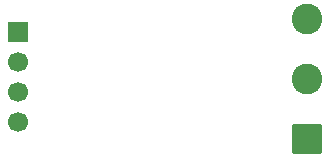
<source format=gbr>
%TF.GenerationSoftware,KiCad,Pcbnew,9.0.7-1.fc43*%
%TF.CreationDate,2026-02-06T20:38:46-08:00*%
%TF.ProjectId,autodir_sch,6175746f-6469-4725-9f73-63682e6b6963,A1*%
%TF.SameCoordinates,PX11a49a0PYbd83a0*%
%TF.FileFunction,Soldermask,Bot*%
%TF.FilePolarity,Negative*%
%FSLAX46Y46*%
G04 Gerber Fmt 4.6, Leading zero omitted, Abs format (unit mm)*
G04 Created by KiCad (PCBNEW 9.0.7-1.fc43) date 2026-02-06 20:38:46*
%MOMM*%
%LPD*%
G01*
G04 APERTURE LIST*
G04 Aperture macros list*
%AMRoundRect*
0 Rectangle with rounded corners*
0 $1 Rounding radius*
0 $2 $3 $4 $5 $6 $7 $8 $9 X,Y pos of 4 corners*
0 Add a 4 corners polygon primitive as box body*
4,1,4,$2,$3,$4,$5,$6,$7,$8,$9,$2,$3,0*
0 Add four circle primitives for the rounded corners*
1,1,$1+$1,$2,$3*
1,1,$1+$1,$4,$5*
1,1,$1+$1,$6,$7*
1,1,$1+$1,$8,$9*
0 Add four rect primitives between the rounded corners*
20,1,$1+$1,$2,$3,$4,$5,0*
20,1,$1+$1,$4,$5,$6,$7,0*
20,1,$1+$1,$6,$7,$8,$9,0*
20,1,$1+$1,$8,$9,$2,$3,0*%
G04 Aperture macros list end*
%ADD10R,1.700000X1.700000*%
%ADD11C,1.700000*%
%ADD12RoundRect,0.250000X1.050000X-1.050000X1.050000X1.050000X-1.050000X1.050000X-1.050000X-1.050000X0*%
%ADD13C,2.600000*%
G04 APERTURE END LIST*
D10*
%TO.C,J1*%
X4500000Y-4040000D03*
D11*
X4500000Y-6580000D03*
X4500000Y-9120000D03*
X4500000Y-11660000D03*
%TD*%
D12*
%TO.C,J2*%
X29000000Y-13080000D03*
D13*
X29000000Y-8000000D03*
X29000000Y-2920000D03*
%TD*%
M02*

</source>
